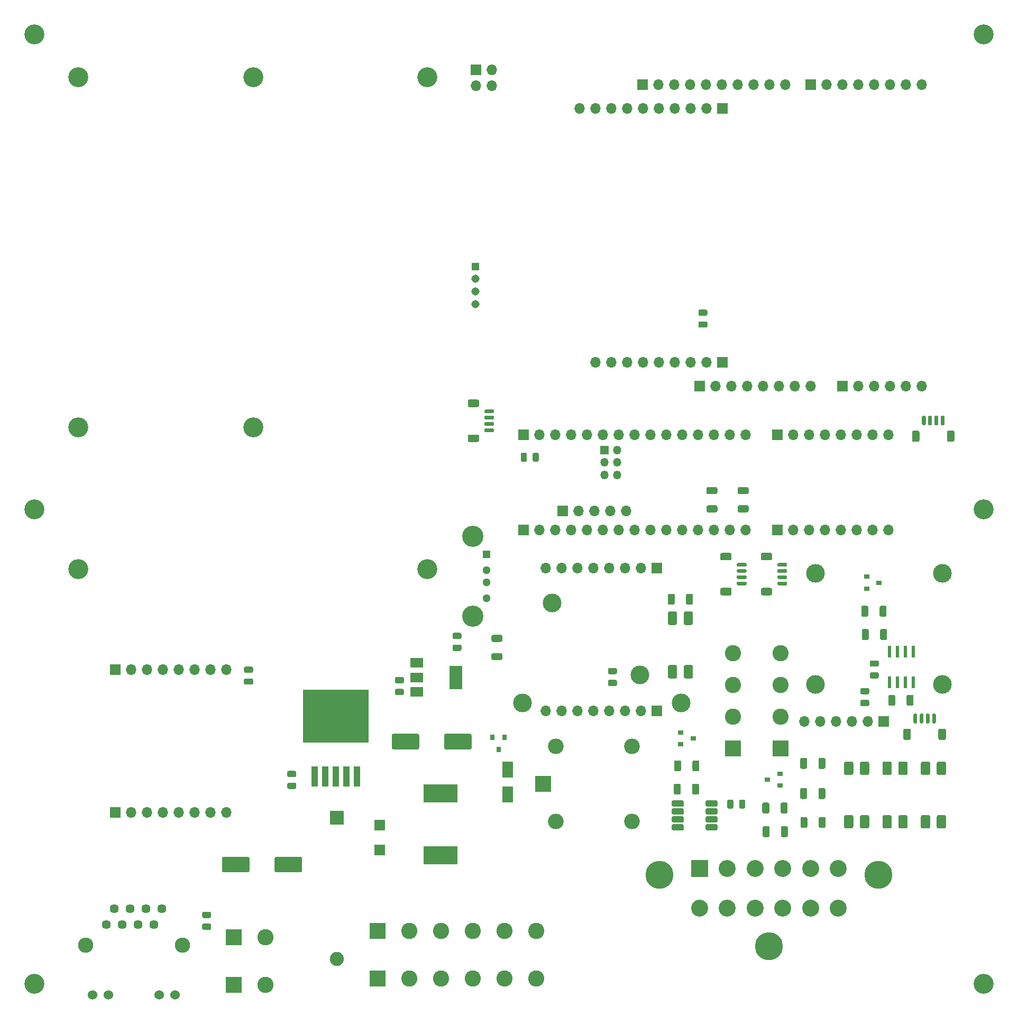
<source format=gbr>
%TF.GenerationSoftware,KiCad,Pcbnew,(5.1.9)-1*%
%TF.CreationDate,2022-03-17T08:19:33-06:00*%
%TF.ProjectId,AS13,41533133-2e6b-4696-9361-645f70636258,rev?*%
%TF.SameCoordinates,Original*%
%TF.FileFunction,Soldermask,Top*%
%TF.FilePolarity,Negative*%
%FSLAX46Y46*%
G04 Gerber Fmt 4.6, Leading zero omitted, Abs format (unit mm)*
G04 Created by KiCad (PCBNEW (5.1.9)-1) date 2022-03-17 08:19:33*
%MOMM*%
%LPD*%
G01*
G04 APERTURE LIST*
%ADD10O,1.700000X1.700000*%
%ADD11R,1.700000X1.700000*%
%ADD12C,2.445000*%
%ADD13C,1.530000*%
%ADD14C,1.446000*%
%ADD15R,0.900000X0.800000*%
%ADD16C,2.999999*%
%ADD17C,3.000000*%
%ADD18C,4.485000*%
%ADD19C,2.715000*%
%ADD20R,2.715000X2.715000*%
%ADD21O,2.500000X2.500000*%
%ADD22R,2.500000X2.500000*%
%ADD23C,2.600000*%
%ADD24R,2.600000X2.600000*%
%ADD25R,2.250000X2.250000*%
%ADD26C,2.250000*%
%ADD27C,3.200000*%
%ADD28C,3.400000*%
%ADD29C,1.300000*%
%ADD30R,1.300000X1.300000*%
%ADD31R,1.800000X1.800000*%
%ADD32R,0.530000X1.980000*%
%ADD33R,1.800000X2.500000*%
%ADD34R,2.000000X1.500000*%
%ADD35R,2.000000X3.800000*%
%ADD36R,10.530000X8.460000*%
%ADD37R,1.050000X3.210000*%
%ADD38R,5.400000X2.900000*%
%ADD39C,1.308000*%
%ADD40R,1.308000X1.308000*%
%ADD41R,0.800000X0.900000*%
%ADD42O,1.350000X1.350000*%
%ADD43R,1.350000X1.350000*%
G04 APERTURE END LIST*
D10*
%TO.C,J12*%
X96723200Y-31699200D03*
X96723200Y-29159200D03*
X94183200Y-31699200D03*
D11*
X94183200Y-29159200D03*
%TD*%
D12*
%TO.C,J4*%
X47190000Y-169300000D03*
X31700000Y-169300000D03*
D13*
X46070000Y-177250000D03*
X43530000Y-177250000D03*
X35360000Y-177250000D03*
X32820000Y-177250000D03*
D14*
X43890000Y-163460000D03*
X42620000Y-166000000D03*
X41350000Y-163460000D03*
X40080000Y-166000000D03*
X38810000Y-163460000D03*
X37540000Y-166000000D03*
X36270000Y-163460000D03*
X35000000Y-166000000D03*
%TD*%
%TO.C,R12*%
G36*
G01*
X98200002Y-120750000D02*
X96949998Y-120750000D01*
G75*
G02*
X96700000Y-120500002I0J249998D01*
G01*
X96700000Y-119874998D01*
G75*
G02*
X96949998Y-119625000I249998J0D01*
G01*
X98200002Y-119625000D01*
G75*
G02*
X98450000Y-119874998I0J-249998D01*
G01*
X98450000Y-120500002D01*
G75*
G02*
X98200002Y-120750000I-249998J0D01*
G01*
G37*
G36*
G01*
X98200002Y-123675000D02*
X96949998Y-123675000D01*
G75*
G02*
X96700000Y-123425002I0J249998D01*
G01*
X96700000Y-122799998D01*
G75*
G02*
X96949998Y-122550000I249998J0D01*
G01*
X98200002Y-122550000D01*
G75*
G02*
X98450000Y-122799998I0J-249998D01*
G01*
X98450000Y-123425002D01*
G75*
G02*
X98200002Y-123675000I-249998J0D01*
G01*
G37*
%TD*%
%TO.C,R14*%
G36*
G01*
X142987600Y-147970402D02*
X142987600Y-146720398D01*
G75*
G02*
X143237598Y-146470400I249998J0D01*
G01*
X143862602Y-146470400D01*
G75*
G02*
X144112600Y-146720398I0J-249998D01*
G01*
X144112600Y-147970402D01*
G75*
G02*
X143862602Y-148220400I-249998J0D01*
G01*
X143237598Y-148220400D01*
G75*
G02*
X142987600Y-147970402I0J249998D01*
G01*
G37*
G36*
G01*
X140062600Y-147970402D02*
X140062600Y-146720398D01*
G75*
G02*
X140312598Y-146470400I249998J0D01*
G01*
X140937602Y-146470400D01*
G75*
G02*
X141187600Y-146720398I0J-249998D01*
G01*
X141187600Y-147970402D01*
G75*
G02*
X140937602Y-148220400I-249998J0D01*
G01*
X140312598Y-148220400D01*
G75*
G02*
X140062600Y-147970402I0J249998D01*
G01*
G37*
%TD*%
%TO.C,R13*%
G36*
G01*
X143038400Y-151755002D02*
X143038400Y-150504998D01*
G75*
G02*
X143288398Y-150255000I249998J0D01*
G01*
X143913402Y-150255000D01*
G75*
G02*
X144163400Y-150504998I0J-249998D01*
G01*
X144163400Y-151755002D01*
G75*
G02*
X143913402Y-152005000I-249998J0D01*
G01*
X143288398Y-152005000D01*
G75*
G02*
X143038400Y-151755002I0J249998D01*
G01*
G37*
G36*
G01*
X140113400Y-151755002D02*
X140113400Y-150504998D01*
G75*
G02*
X140363398Y-150255000I249998J0D01*
G01*
X140988402Y-150255000D01*
G75*
G02*
X141238400Y-150504998I0J-249998D01*
G01*
X141238400Y-151755002D01*
G75*
G02*
X140988402Y-152005000I-249998J0D01*
G01*
X140363398Y-152005000D01*
G75*
G02*
X140113400Y-151755002I0J249998D01*
G01*
G37*
%TD*%
%TO.C,R9*%
G36*
G01*
X128865200Y-141214002D02*
X128865200Y-139963998D01*
G75*
G02*
X129115198Y-139714000I249998J0D01*
G01*
X129740202Y-139714000D01*
G75*
G02*
X129990200Y-139963998I0J-249998D01*
G01*
X129990200Y-141214002D01*
G75*
G02*
X129740202Y-141464000I-249998J0D01*
G01*
X129115198Y-141464000D01*
G75*
G02*
X128865200Y-141214002I0J249998D01*
G01*
G37*
G36*
G01*
X125940200Y-141214002D02*
X125940200Y-139963998D01*
G75*
G02*
X126190198Y-139714000I249998J0D01*
G01*
X126815202Y-139714000D01*
G75*
G02*
X127065200Y-139963998I0J-249998D01*
G01*
X127065200Y-141214002D01*
G75*
G02*
X126815202Y-141464000I-249998J0D01*
G01*
X126190198Y-141464000D01*
G75*
G02*
X125940200Y-141214002I0J249998D01*
G01*
G37*
%TD*%
%TO.C,R8*%
G36*
G01*
X128814400Y-144947802D02*
X128814400Y-143697798D01*
G75*
G02*
X129064398Y-143447800I249998J0D01*
G01*
X129689402Y-143447800D01*
G75*
G02*
X129939400Y-143697798I0J-249998D01*
G01*
X129939400Y-144947802D01*
G75*
G02*
X129689402Y-145197800I-249998J0D01*
G01*
X129064398Y-145197800D01*
G75*
G02*
X128814400Y-144947802I0J249998D01*
G01*
G37*
G36*
G01*
X125889400Y-144947802D02*
X125889400Y-143697798D01*
G75*
G02*
X126139398Y-143447800I249998J0D01*
G01*
X126764402Y-143447800D01*
G75*
G02*
X127014400Y-143697798I0J-249998D01*
G01*
X127014400Y-144947802D01*
G75*
G02*
X126764402Y-145197800I-249998J0D01*
G01*
X126139398Y-145197800D01*
G75*
G02*
X125889400Y-144947802I0J249998D01*
G01*
G37*
%TD*%
%TO.C,R7*%
G36*
G01*
X158837200Y-116474402D02*
X158837200Y-115224398D01*
G75*
G02*
X159087198Y-114974400I249998J0D01*
G01*
X159712202Y-114974400D01*
G75*
G02*
X159962200Y-115224398I0J-249998D01*
G01*
X159962200Y-116474402D01*
G75*
G02*
X159712202Y-116724400I-249998J0D01*
G01*
X159087198Y-116724400D01*
G75*
G02*
X158837200Y-116474402I0J249998D01*
G01*
G37*
G36*
G01*
X155912200Y-116474402D02*
X155912200Y-115224398D01*
G75*
G02*
X156162198Y-114974400I249998J0D01*
G01*
X156787202Y-114974400D01*
G75*
G02*
X157037200Y-115224398I0J-249998D01*
G01*
X157037200Y-116474402D01*
G75*
G02*
X156787202Y-116724400I-249998J0D01*
G01*
X156162198Y-116724400D01*
G75*
G02*
X155912200Y-116474402I0J249998D01*
G01*
G37*
%TD*%
%TO.C,R6*%
G36*
G01*
X158913400Y-120208202D02*
X158913400Y-118958198D01*
G75*
G02*
X159163398Y-118708200I249998J0D01*
G01*
X159788402Y-118708200D01*
G75*
G02*
X160038400Y-118958198I0J-249998D01*
G01*
X160038400Y-120208202D01*
G75*
G02*
X159788402Y-120458200I-249998J0D01*
G01*
X159163398Y-120458200D01*
G75*
G02*
X158913400Y-120208202I0J249998D01*
G01*
G37*
G36*
G01*
X155988400Y-120208202D02*
X155988400Y-118958198D01*
G75*
G02*
X156238398Y-118708200I249998J0D01*
G01*
X156863402Y-118708200D01*
G75*
G02*
X157113400Y-118958198I0J-249998D01*
G01*
X157113400Y-120208202D01*
G75*
G02*
X156863402Y-120458200I-249998J0D01*
G01*
X156238398Y-120458200D01*
G75*
G02*
X155988400Y-120208202I0J249998D01*
G01*
G37*
%TD*%
D15*
%TO.C,D6*%
X140884400Y-142798800D03*
X142884400Y-141848800D03*
X142884400Y-143748800D03*
%TD*%
%TO.C,D2*%
X158759400Y-111277400D03*
X156759400Y-112227400D03*
X156759400Y-110327400D03*
%TD*%
%TO.C,D1*%
X128990600Y-136220200D03*
X126990600Y-137170200D03*
X126990600Y-135270200D03*
%TD*%
D16*
%TO.C,REF\u002A\u002A*%
X168859200Y-109819200D03*
X168859200Y-127599200D03*
X148539200Y-127599200D03*
X148539200Y-109819200D03*
%TD*%
D17*
%TO.C,M1*%
X120425000Y-126050000D03*
X106425000Y-114550000D03*
%TD*%
%TO.C,REF\u002A\u002A*%
X101660000Y-130560000D03*
X127060000Y-130560000D03*
%TD*%
D18*
%TO.C,J6*%
X158655000Y-158020000D03*
X141115000Y-169450000D03*
X123575000Y-158020000D03*
D19*
X130000000Y-163350000D03*
X134445000Y-163350000D03*
X138890000Y-163350000D03*
X143340000Y-163350000D03*
X147785000Y-163350000D03*
X152230000Y-163350000D03*
X152230000Y-157000000D03*
X147785000Y-157000000D03*
X143340000Y-157000000D03*
X138890000Y-157000000D03*
X134445000Y-157000000D03*
D20*
X130000000Y-157000000D03*
%TD*%
D21*
%TO.C,K1*%
X107000800Y-137501200D03*
X119200800Y-137501200D03*
X119200800Y-149501200D03*
X107000800Y-149501200D03*
D22*
X105000800Y-143501200D03*
%TD*%
D23*
%TO.C,KF3*%
X135330000Y-122530000D03*
X142950000Y-122530000D03*
X135330000Y-127610000D03*
X142950000Y-127610000D03*
X135330000Y-132690000D03*
X142950000Y-132690000D03*
D24*
X135330000Y-137770000D03*
X142950000Y-137770000D03*
%TD*%
%TO.C,R3*%
G36*
G01*
X149041600Y-140823402D02*
X149041600Y-139573398D01*
G75*
G02*
X149291598Y-139323400I249998J0D01*
G01*
X149916602Y-139323400D01*
G75*
G02*
X150166600Y-139573398I0J-249998D01*
G01*
X150166600Y-140823402D01*
G75*
G02*
X149916602Y-141073400I-249998J0D01*
G01*
X149291598Y-141073400D01*
G75*
G02*
X149041600Y-140823402I0J249998D01*
G01*
G37*
G36*
G01*
X146116600Y-140823402D02*
X146116600Y-139573398D01*
G75*
G02*
X146366598Y-139323400I249998J0D01*
G01*
X146991602Y-139323400D01*
G75*
G02*
X147241600Y-139573398I0J-249998D01*
G01*
X147241600Y-140823402D01*
G75*
G02*
X146991602Y-141073400I-249998J0D01*
G01*
X146366598Y-141073400D01*
G75*
G02*
X146116600Y-140823402I0J249998D01*
G01*
G37*
%TD*%
%TO.C,R2*%
G36*
G01*
X149041600Y-145649402D02*
X149041600Y-144399398D01*
G75*
G02*
X149291598Y-144149400I249998J0D01*
G01*
X149916602Y-144149400D01*
G75*
G02*
X150166600Y-144399398I0J-249998D01*
G01*
X150166600Y-145649402D01*
G75*
G02*
X149916602Y-145899400I-249998J0D01*
G01*
X149291598Y-145899400D01*
G75*
G02*
X149041600Y-145649402I0J249998D01*
G01*
G37*
G36*
G01*
X146116600Y-145649402D02*
X146116600Y-144399398D01*
G75*
G02*
X146366598Y-144149400I249998J0D01*
G01*
X146991602Y-144149400D01*
G75*
G02*
X147241600Y-144399398I0J-249998D01*
G01*
X147241600Y-145649402D01*
G75*
G02*
X146991602Y-145899400I-249998J0D01*
G01*
X146366598Y-145899400D01*
G75*
G02*
X146116600Y-145649402I0J249998D01*
G01*
G37*
%TD*%
%TO.C,R1*%
G36*
G01*
X149092400Y-150272202D02*
X149092400Y-149022198D01*
G75*
G02*
X149342398Y-148772200I249998J0D01*
G01*
X149967402Y-148772200D01*
G75*
G02*
X150217400Y-149022198I0J-249998D01*
G01*
X150217400Y-150272202D01*
G75*
G02*
X149967402Y-150522200I-249998J0D01*
G01*
X149342398Y-150522200D01*
G75*
G02*
X149092400Y-150272202I0J249998D01*
G01*
G37*
G36*
G01*
X146167400Y-150272202D02*
X146167400Y-149022198D01*
G75*
G02*
X146417398Y-148772200I249998J0D01*
G01*
X147042402Y-148772200D01*
G75*
G02*
X147292400Y-149022198I0J-249998D01*
G01*
X147292400Y-150272202D01*
G75*
G02*
X147042402Y-150522200I-249998J0D01*
G01*
X146417398Y-150522200D01*
G75*
G02*
X146167400Y-150272202I0J249998D01*
G01*
G37*
%TD*%
D25*
%TO.C,D4*%
X71925000Y-148875000D03*
D26*
X71925000Y-171475000D03*
%TD*%
%TO.C,R11*%
G36*
G01*
X131374997Y-98900000D02*
X132625003Y-98900000D01*
G75*
G02*
X132875000Y-99149997I0J-249997D01*
G01*
X132875000Y-99775003D01*
G75*
G02*
X132625003Y-100025000I-249997J0D01*
G01*
X131374997Y-100025000D01*
G75*
G02*
X131125000Y-99775003I0J249997D01*
G01*
X131125000Y-99149997D01*
G75*
G02*
X131374997Y-98900000I249997J0D01*
G01*
G37*
G36*
G01*
X131374997Y-95975000D02*
X132625003Y-95975000D01*
G75*
G02*
X132875000Y-96224997I0J-249997D01*
G01*
X132875000Y-96850003D01*
G75*
G02*
X132625003Y-97100000I-249997J0D01*
G01*
X131374997Y-97100000D01*
G75*
G02*
X131125000Y-96850003I0J249997D01*
G01*
X131125000Y-96224997D01*
G75*
G02*
X131374997Y-95975000I249997J0D01*
G01*
G37*
%TD*%
%TO.C,R10*%
G36*
G01*
X136374997Y-98900000D02*
X137625003Y-98900000D01*
G75*
G02*
X137875000Y-99149997I0J-249997D01*
G01*
X137875000Y-99775003D01*
G75*
G02*
X137625003Y-100025000I-249997J0D01*
G01*
X136374997Y-100025000D01*
G75*
G02*
X136125000Y-99775003I0J249997D01*
G01*
X136125000Y-99149997D01*
G75*
G02*
X136374997Y-98900000I249997J0D01*
G01*
G37*
G36*
G01*
X136374997Y-95975000D02*
X137625003Y-95975000D01*
G75*
G02*
X137875000Y-96224997I0J-249997D01*
G01*
X137875000Y-96850003D01*
G75*
G02*
X137625003Y-97100000I-249997J0D01*
G01*
X136374997Y-97100000D01*
G75*
G02*
X136125000Y-96850003I0J249997D01*
G01*
X136125000Y-96224997D01*
G75*
G02*
X136374997Y-95975000I249997J0D01*
G01*
G37*
%TD*%
%TO.C,C2*%
G36*
G01*
X50625000Y-165850000D02*
X51575000Y-165850000D01*
G75*
G02*
X51825000Y-166100000I0J-250000D01*
G01*
X51825000Y-166600000D01*
G75*
G02*
X51575000Y-166850000I-250000J0D01*
G01*
X50625000Y-166850000D01*
G75*
G02*
X50375000Y-166600000I0J250000D01*
G01*
X50375000Y-166100000D01*
G75*
G02*
X50625000Y-165850000I250000J0D01*
G01*
G37*
G36*
G01*
X50625000Y-163950000D02*
X51575000Y-163950000D01*
G75*
G02*
X51825000Y-164200000I0J-250000D01*
G01*
X51825000Y-164700000D01*
G75*
G02*
X51575000Y-164950000I-250000J0D01*
G01*
X50625000Y-164950000D01*
G75*
G02*
X50375000Y-164700000I0J250000D01*
G01*
X50375000Y-164200000D01*
G75*
G02*
X50625000Y-163950000I250000J0D01*
G01*
G37*
%TD*%
%TO.C,J2*%
G36*
G01*
X163852500Y-134892899D02*
X163852500Y-136192901D01*
G75*
G02*
X163602501Y-136442900I-249999J0D01*
G01*
X162902499Y-136442900D01*
G75*
G02*
X162652500Y-136192901I0J249999D01*
G01*
X162652500Y-134892899D01*
G75*
G02*
X162902499Y-134642900I249999J0D01*
G01*
X163602501Y-134642900D01*
G75*
G02*
X163852500Y-134892899I0J-249999D01*
G01*
G37*
G36*
G01*
X169452500Y-134892899D02*
X169452500Y-136192901D01*
G75*
G02*
X169202501Y-136442900I-249999J0D01*
G01*
X168502499Y-136442900D01*
G75*
G02*
X168252500Y-136192901I0J249999D01*
G01*
X168252500Y-134892899D01*
G75*
G02*
X168502499Y-134642900I249999J0D01*
G01*
X169202501Y-134642900D01*
G75*
G02*
X169452500Y-134892899I0J-249999D01*
G01*
G37*
G36*
G01*
X164852500Y-132392900D02*
X164852500Y-133642900D01*
G75*
G02*
X164702500Y-133792900I-150000J0D01*
G01*
X164402500Y-133792900D01*
G75*
G02*
X164252500Y-133642900I0J150000D01*
G01*
X164252500Y-132392900D01*
G75*
G02*
X164402500Y-132242900I150000J0D01*
G01*
X164702500Y-132242900D01*
G75*
G02*
X164852500Y-132392900I0J-150000D01*
G01*
G37*
G36*
G01*
X165852500Y-132392900D02*
X165852500Y-133642900D01*
G75*
G02*
X165702500Y-133792900I-150000J0D01*
G01*
X165402500Y-133792900D01*
G75*
G02*
X165252500Y-133642900I0J150000D01*
G01*
X165252500Y-132392900D01*
G75*
G02*
X165402500Y-132242900I150000J0D01*
G01*
X165702500Y-132242900D01*
G75*
G02*
X165852500Y-132392900I0J-150000D01*
G01*
G37*
G36*
G01*
X166852500Y-132392900D02*
X166852500Y-133642900D01*
G75*
G02*
X166702500Y-133792900I-150000J0D01*
G01*
X166402500Y-133792900D01*
G75*
G02*
X166252500Y-133642900I0J150000D01*
G01*
X166252500Y-132392900D01*
G75*
G02*
X166402500Y-132242900I150000J0D01*
G01*
X166702500Y-132242900D01*
G75*
G02*
X166852500Y-132392900I0J-150000D01*
G01*
G37*
G36*
G01*
X167852500Y-132392900D02*
X167852500Y-133642900D01*
G75*
G02*
X167702500Y-133792900I-150000J0D01*
G01*
X167402500Y-133792900D01*
G75*
G02*
X167252500Y-133642900I0J150000D01*
G01*
X167252500Y-132392900D01*
G75*
G02*
X167402500Y-132242900I150000J0D01*
G01*
X167702500Y-132242900D01*
G75*
G02*
X167852500Y-132392900I0J-150000D01*
G01*
G37*
%TD*%
D27*
%TO.C,  *%
X175500000Y-99500000D03*
%TD*%
%TO.C,  *%
X23500000Y-99500000D03*
%TD*%
%TO.C,  *%
X23500000Y-23500000D03*
%TD*%
%TO.C,  *%
X175500000Y-23500000D03*
%TD*%
%TO.C,  *%
X175500000Y-175500000D03*
%TD*%
%TO.C,  *%
X23500000Y-175500000D03*
%TD*%
%TO.C,REF\u002A\u002A*%
X58560000Y-30380000D03*
X58560000Y-86380000D03*
X30560000Y-86380000D03*
X30560000Y-30380000D03*
X86440000Y-30380000D03*
X86440000Y-109120000D03*
X30560000Y-109120000D03*
%TD*%
D10*
%TO.C,J5*%
X146761200Y-133517400D03*
X149301200Y-133517400D03*
X151841200Y-133517400D03*
X154381200Y-133517400D03*
X156921200Y-133517400D03*
D11*
X159461200Y-133517400D03*
%TD*%
%TO.C,C5*%
G36*
G01*
X156939000Y-129130400D02*
X155989000Y-129130400D01*
G75*
G02*
X155739000Y-128880400I0J250000D01*
G01*
X155739000Y-128380400D01*
G75*
G02*
X155989000Y-128130400I250000J0D01*
G01*
X156939000Y-128130400D01*
G75*
G02*
X157189000Y-128380400I0J-250000D01*
G01*
X157189000Y-128880400D01*
G75*
G02*
X156939000Y-129130400I-250000J0D01*
G01*
G37*
G36*
G01*
X156939000Y-131030400D02*
X155989000Y-131030400D01*
G75*
G02*
X155739000Y-130780400I0J250000D01*
G01*
X155739000Y-130280400D01*
G75*
G02*
X155989000Y-130030400I250000J0D01*
G01*
X156939000Y-130030400D01*
G75*
G02*
X157189000Y-130280400I0J-250000D01*
G01*
X157189000Y-130780400D01*
G75*
G02*
X156939000Y-131030400I-250000J0D01*
G01*
G37*
%TD*%
D28*
%TO.C,J1*%
X93735800Y-116670800D03*
X93735800Y-103820800D03*
D29*
X95935800Y-113745800D03*
X95935800Y-111245800D03*
X95935800Y-109245800D03*
D30*
X95935800Y-106745800D03*
%TD*%
D23*
%TO.C,KF1*%
X60482200Y-168034600D03*
X60482200Y-175654600D03*
D24*
X55402200Y-168034600D03*
X55402200Y-175654600D03*
%TD*%
D10*
%TO.C,J18*%
X160248600Y-87594200D03*
X157708600Y-87594200D03*
X155168600Y-87594200D03*
X152628600Y-87594200D03*
X150088600Y-87594200D03*
X147548600Y-87594200D03*
X145008600Y-87594200D03*
D11*
X142468600Y-87594200D03*
%TD*%
D10*
%TO.C,J3*%
X118287800Y-99783400D03*
X115747800Y-99783400D03*
X113207800Y-99783400D03*
X110667800Y-99783400D03*
D11*
X108127800Y-99783400D03*
%TD*%
D31*
%TO.C,D3*%
X78779000Y-150055200D03*
X78779000Y-154055200D03*
%TD*%
D32*
%TO.C,U1*%
X164235160Y-127227420D03*
X162965160Y-127227420D03*
X161695160Y-127227420D03*
X160425160Y-127227420D03*
X160425160Y-122297420D03*
X161695160Y-122297420D03*
X162965160Y-122297420D03*
X164235160Y-122297420D03*
%TD*%
%TO.C,C6*%
G36*
G01*
X82440800Y-127377800D02*
X81490800Y-127377800D01*
G75*
G02*
X81240800Y-127127800I0J250000D01*
G01*
X81240800Y-126627800D01*
G75*
G02*
X81490800Y-126377800I250000J0D01*
G01*
X82440800Y-126377800D01*
G75*
G02*
X82690800Y-126627800I0J-250000D01*
G01*
X82690800Y-127127800D01*
G75*
G02*
X82440800Y-127377800I-250000J0D01*
G01*
G37*
G36*
G01*
X82440800Y-129277800D02*
X81490800Y-129277800D01*
G75*
G02*
X81240800Y-129027800I0J250000D01*
G01*
X81240800Y-128527800D01*
G75*
G02*
X81490800Y-128277800I250000J0D01*
G01*
X82440800Y-128277800D01*
G75*
G02*
X82690800Y-128527800I0J-250000D01*
G01*
X82690800Y-129027800D01*
G75*
G02*
X82440800Y-129277800I-250000J0D01*
G01*
G37*
%TD*%
D33*
%TO.C,D5*%
X99260660Y-141184640D03*
X99260660Y-145184640D03*
%TD*%
D34*
%TO.C,IC1*%
X84708600Y-124130800D03*
X84708600Y-128730800D03*
X84708600Y-126430800D03*
D35*
X91008600Y-126430800D03*
%TD*%
D36*
%TO.C,IC2*%
X71800000Y-132625000D03*
D37*
X75200000Y-142255000D03*
X73500000Y-142255000D03*
X71800000Y-142255000D03*
X70100000Y-142255000D03*
X68400000Y-142255000D03*
%TD*%
%TO.C,C8*%
G36*
G01*
X65200000Y-142400000D02*
X64250000Y-142400000D01*
G75*
G02*
X64000000Y-142150000I0J250000D01*
G01*
X64000000Y-141650000D01*
G75*
G02*
X64250000Y-141400000I250000J0D01*
G01*
X65200000Y-141400000D01*
G75*
G02*
X65450000Y-141650000I0J-250000D01*
G01*
X65450000Y-142150000D01*
G75*
G02*
X65200000Y-142400000I-250000J0D01*
G01*
G37*
G36*
G01*
X65200000Y-144300000D02*
X64250000Y-144300000D01*
G75*
G02*
X64000000Y-144050000I0J250000D01*
G01*
X64000000Y-143550000D01*
G75*
G02*
X64250000Y-143300000I250000J0D01*
G01*
X65200000Y-143300000D01*
G75*
G02*
X65450000Y-143550000I0J-250000D01*
G01*
X65450000Y-144050000D01*
G75*
G02*
X65200000Y-144300000I-250000J0D01*
G01*
G37*
%TD*%
D38*
%TO.C,L1*%
X88544400Y-145026600D03*
X88544400Y-154926600D03*
%TD*%
%TO.C,C11*%
G36*
G01*
X85122000Y-135717800D02*
X85122000Y-137717800D01*
G75*
G02*
X84872000Y-137967800I-250000J0D01*
G01*
X80972000Y-137967800D01*
G75*
G02*
X80722000Y-137717800I0J250000D01*
G01*
X80722000Y-135717800D01*
G75*
G02*
X80972000Y-135467800I250000J0D01*
G01*
X84872000Y-135467800D01*
G75*
G02*
X85122000Y-135717800I0J-250000D01*
G01*
G37*
G36*
G01*
X93522000Y-135717800D02*
X93522000Y-137717800D01*
G75*
G02*
X93272000Y-137967800I-250000J0D01*
G01*
X89372000Y-137967800D01*
G75*
G02*
X89122000Y-137717800I0J250000D01*
G01*
X89122000Y-135717800D01*
G75*
G02*
X89372000Y-135467800I250000J0D01*
G01*
X93272000Y-135467800D01*
G75*
G02*
X93522000Y-135717800I0J-250000D01*
G01*
G37*
%TD*%
%TO.C,C9*%
G36*
G01*
X57969400Y-155402800D02*
X57969400Y-157402800D01*
G75*
G02*
X57719400Y-157652800I-250000J0D01*
G01*
X53819400Y-157652800D01*
G75*
G02*
X53569400Y-157402800I0J250000D01*
G01*
X53569400Y-155402800D01*
G75*
G02*
X53819400Y-155152800I250000J0D01*
G01*
X57719400Y-155152800D01*
G75*
G02*
X57969400Y-155402800I0J-250000D01*
G01*
G37*
G36*
G01*
X66369400Y-155402800D02*
X66369400Y-157402800D01*
G75*
G02*
X66119400Y-157652800I-250000J0D01*
G01*
X62219400Y-157652800D01*
G75*
G02*
X61969400Y-157402800I0J250000D01*
G01*
X61969400Y-155402800D01*
G75*
G02*
X62219400Y-155152800I250000J0D01*
G01*
X66119400Y-155152800D01*
G75*
G02*
X66369400Y-155402800I0J-250000D01*
G01*
G37*
%TD*%
%TO.C,R4*%
G36*
G01*
X127850000Y-114550003D02*
X127850000Y-113299997D01*
G75*
G02*
X128099997Y-113050000I249997J0D01*
G01*
X128725003Y-113050000D01*
G75*
G02*
X128975000Y-113299997I0J-249997D01*
G01*
X128975000Y-114550003D01*
G75*
G02*
X128725003Y-114800000I-249997J0D01*
G01*
X128099997Y-114800000D01*
G75*
G02*
X127850000Y-114550003I0J249997D01*
G01*
G37*
G36*
G01*
X124925000Y-114550003D02*
X124925000Y-113299997D01*
G75*
G02*
X125174997Y-113050000I249997J0D01*
G01*
X125800003Y-113050000D01*
G75*
G02*
X126050000Y-113299997I0J-249997D01*
G01*
X126050000Y-114550003D01*
G75*
G02*
X125800003Y-114800000I-249997J0D01*
G01*
X125174997Y-114800000D01*
G75*
G02*
X124925000Y-114550003I0J249997D01*
G01*
G37*
%TD*%
%TO.C,R5*%
G36*
G01*
X161355200Y-129473557D02*
X161355200Y-130723563D01*
G75*
G02*
X161105203Y-130973560I-249997J0D01*
G01*
X160480197Y-130973560D01*
G75*
G02*
X160230200Y-130723563I0J249997D01*
G01*
X160230200Y-129473557D01*
G75*
G02*
X160480197Y-129223560I249997J0D01*
G01*
X161105203Y-129223560D01*
G75*
G02*
X161355200Y-129473557I0J-249997D01*
G01*
G37*
G36*
G01*
X164280200Y-129473557D02*
X164280200Y-130723563D01*
G75*
G02*
X164030203Y-130973560I-249997J0D01*
G01*
X163405197Y-130973560D01*
G75*
G02*
X163155200Y-130723563I0J249997D01*
G01*
X163155200Y-129473557D01*
G75*
G02*
X163405197Y-129223560I249997J0D01*
G01*
X164030203Y-129223560D01*
G75*
G02*
X164280200Y-129473557I0J-249997D01*
G01*
G37*
%TD*%
%TO.C,U5*%
G36*
G01*
X127746400Y-124455000D02*
X128693600Y-124455000D01*
G75*
G02*
X128960000Y-124721400I0J-266400D01*
G01*
X128960000Y-126338600D01*
G75*
G02*
X128693600Y-126605000I-266400J0D01*
G01*
X127746400Y-126605000D01*
G75*
G02*
X127480000Y-126338600I0J266400D01*
G01*
X127480000Y-124721400D01*
G75*
G02*
X127746400Y-124455000I266400J0D01*
G01*
G37*
G36*
G01*
X125206400Y-124455000D02*
X126153600Y-124455000D01*
G75*
G02*
X126420000Y-124721400I0J-266400D01*
G01*
X126420000Y-126338600D01*
G75*
G02*
X126153600Y-126605000I-266400J0D01*
G01*
X125206400Y-126605000D01*
G75*
G02*
X124940000Y-126338600I0J266400D01*
G01*
X124940000Y-124721400D01*
G75*
G02*
X125206400Y-124455000I266400J0D01*
G01*
G37*
G36*
G01*
X125206400Y-115895000D02*
X126153600Y-115895000D01*
G75*
G02*
X126420000Y-116161400I0J-266400D01*
G01*
X126420000Y-117778600D01*
G75*
G02*
X126153600Y-118045000I-266400J0D01*
G01*
X125206400Y-118045000D01*
G75*
G02*
X124940000Y-117778600I0J266400D01*
G01*
X124940000Y-116161400D01*
G75*
G02*
X125206400Y-115895000I266400J0D01*
G01*
G37*
G36*
G01*
X127746400Y-115895000D02*
X128693600Y-115895000D01*
G75*
G02*
X128960000Y-116161400I0J-266400D01*
G01*
X128960000Y-117778600D01*
G75*
G02*
X128693600Y-118045000I-266400J0D01*
G01*
X127746400Y-118045000D01*
G75*
G02*
X127480000Y-117778600I0J266400D01*
G01*
X127480000Y-116161400D01*
G75*
G02*
X127746400Y-115895000I266400J0D01*
G01*
G37*
%TD*%
%TO.C,C4*%
G36*
G01*
X136350000Y-147200000D02*
X136350000Y-146250000D01*
G75*
G02*
X136600000Y-146000000I250000J0D01*
G01*
X137100000Y-146000000D01*
G75*
G02*
X137350000Y-146250000I0J-250000D01*
G01*
X137350000Y-147200000D01*
G75*
G02*
X137100000Y-147450000I-250000J0D01*
G01*
X136600000Y-147450000D01*
G75*
G02*
X136350000Y-147200000I0J250000D01*
G01*
G37*
G36*
G01*
X134450000Y-147200000D02*
X134450000Y-146250000D01*
G75*
G02*
X134700000Y-146000000I250000J0D01*
G01*
X135200000Y-146000000D01*
G75*
G02*
X135450000Y-146250000I0J-250000D01*
G01*
X135450000Y-147200000D01*
G75*
G02*
X135200000Y-147450000I-250000J0D01*
G01*
X134700000Y-147450000D01*
G75*
G02*
X134450000Y-147200000I0J250000D01*
G01*
G37*
%TD*%
D10*
%TO.C,J9*%
X54295000Y-125179400D03*
X51755000Y-125179400D03*
X49215000Y-125179400D03*
X46675000Y-125179400D03*
X44135000Y-125179400D03*
X41595000Y-125179400D03*
X39055000Y-125179400D03*
D11*
X36515000Y-125179400D03*
%TD*%
D10*
%TO.C,J7*%
X54295000Y-148039400D03*
X51755000Y-148039400D03*
X49215000Y-148039400D03*
X46675000Y-148039400D03*
X44135000Y-148039400D03*
X41595000Y-148039400D03*
X39055000Y-148039400D03*
D11*
X36515000Y-148039400D03*
%TD*%
%TO.C,C3*%
G36*
G01*
X57335400Y-126601400D02*
X58285400Y-126601400D01*
G75*
G02*
X58535400Y-126851400I0J-250000D01*
G01*
X58535400Y-127351400D01*
G75*
G02*
X58285400Y-127601400I-250000J0D01*
G01*
X57335400Y-127601400D01*
G75*
G02*
X57085400Y-127351400I0J250000D01*
G01*
X57085400Y-126851400D01*
G75*
G02*
X57335400Y-126601400I250000J0D01*
G01*
G37*
G36*
G01*
X57335400Y-124701400D02*
X58285400Y-124701400D01*
G75*
G02*
X58535400Y-124951400I0J-250000D01*
G01*
X58535400Y-125451400D01*
G75*
G02*
X58285400Y-125701400I-250000J0D01*
G01*
X57335400Y-125701400D01*
G75*
G02*
X57085400Y-125451400I0J250000D01*
G01*
X57085400Y-124951400D01*
G75*
G02*
X57335400Y-124701400I250000J0D01*
G01*
G37*
%TD*%
%TO.C,U6*%
G36*
G01*
X130975000Y-150730000D02*
X130975000Y-150130000D01*
G75*
G02*
X131175000Y-149930000I200000J0D01*
G01*
X132725000Y-149930000D01*
G75*
G02*
X132925000Y-150130000I0J-200000D01*
G01*
X132925000Y-150730000D01*
G75*
G02*
X132725000Y-150930000I-200000J0D01*
G01*
X131175000Y-150930000D01*
G75*
G02*
X130975000Y-150730000I0J200000D01*
G01*
G37*
G36*
G01*
X130975000Y-149460000D02*
X130975000Y-148860000D01*
G75*
G02*
X131175000Y-148660000I200000J0D01*
G01*
X132725000Y-148660000D01*
G75*
G02*
X132925000Y-148860000I0J-200000D01*
G01*
X132925000Y-149460000D01*
G75*
G02*
X132725000Y-149660000I-200000J0D01*
G01*
X131175000Y-149660000D01*
G75*
G02*
X130975000Y-149460000I0J200000D01*
G01*
G37*
G36*
G01*
X130975000Y-146920000D02*
X130975000Y-146320000D01*
G75*
G02*
X131175000Y-146120000I200000J0D01*
G01*
X132725000Y-146120000D01*
G75*
G02*
X132925000Y-146320000I0J-200000D01*
G01*
X132925000Y-146920000D01*
G75*
G02*
X132725000Y-147120000I-200000J0D01*
G01*
X131175000Y-147120000D01*
G75*
G02*
X130975000Y-146920000I0J200000D01*
G01*
G37*
G36*
G01*
X127525000Y-150130000D02*
X127525000Y-150730000D01*
G75*
G02*
X127325000Y-150930000I-200000J0D01*
G01*
X125775000Y-150930000D01*
G75*
G02*
X125575000Y-150730000I0J200000D01*
G01*
X125575000Y-150130000D01*
G75*
G02*
X125775000Y-149930000I200000J0D01*
G01*
X127325000Y-149930000D01*
G75*
G02*
X127525000Y-150130000I0J-200000D01*
G01*
G37*
G36*
G01*
X125575000Y-149460000D02*
X125575000Y-148860000D01*
G75*
G02*
X125775000Y-148660000I200000J0D01*
G01*
X127325000Y-148660000D01*
G75*
G02*
X127525000Y-148860000I0J-200000D01*
G01*
X127525000Y-149460000D01*
G75*
G02*
X127325000Y-149660000I-200000J0D01*
G01*
X125775000Y-149660000D01*
G75*
G02*
X125575000Y-149460000I0J200000D01*
G01*
G37*
G36*
G01*
X125575000Y-146920000D02*
X125575000Y-146320000D01*
G75*
G02*
X125775000Y-146120000I200000J0D01*
G01*
X127325000Y-146120000D01*
G75*
G02*
X127525000Y-146320000I0J-200000D01*
G01*
X127525000Y-146920000D01*
G75*
G02*
X127325000Y-147120000I-200000J0D01*
G01*
X125775000Y-147120000D01*
G75*
G02*
X125575000Y-146920000I0J200000D01*
G01*
G37*
G36*
G01*
X130975000Y-148190000D02*
X130975000Y-147590000D01*
G75*
G02*
X131175000Y-147390000I200000J0D01*
G01*
X132725000Y-147390000D01*
G75*
G02*
X132925000Y-147590000I0J-200000D01*
G01*
X132925000Y-148190000D01*
G75*
G02*
X132725000Y-148390000I-200000J0D01*
G01*
X131175000Y-148390000D01*
G75*
G02*
X130975000Y-148190000I0J200000D01*
G01*
G37*
G36*
G01*
X125575000Y-148190000D02*
X125575000Y-147590000D01*
G75*
G02*
X125775000Y-147390000I200000J0D01*
G01*
X127325000Y-147390000D01*
G75*
G02*
X127525000Y-147590000I0J-200000D01*
G01*
X127525000Y-148190000D01*
G75*
G02*
X127325000Y-148390000I-200000J0D01*
G01*
X125775000Y-148390000D01*
G75*
G02*
X125575000Y-148190000I0J200000D01*
G01*
G37*
%TD*%
%TO.C,U3*%
G36*
G01*
X160515600Y-142063000D02*
X159568400Y-142063000D01*
G75*
G02*
X159302000Y-141796600I0J266400D01*
G01*
X159302000Y-140179400D01*
G75*
G02*
X159568400Y-139913000I266400J0D01*
G01*
X160515600Y-139913000D01*
G75*
G02*
X160782000Y-140179400I0J-266400D01*
G01*
X160782000Y-141796600D01*
G75*
G02*
X160515600Y-142063000I-266400J0D01*
G01*
G37*
G36*
G01*
X163055600Y-142063000D02*
X162108400Y-142063000D01*
G75*
G02*
X161842000Y-141796600I0J266400D01*
G01*
X161842000Y-140179400D01*
G75*
G02*
X162108400Y-139913000I266400J0D01*
G01*
X163055600Y-139913000D01*
G75*
G02*
X163322000Y-140179400I0J-266400D01*
G01*
X163322000Y-141796600D01*
G75*
G02*
X163055600Y-142063000I-266400J0D01*
G01*
G37*
G36*
G01*
X163055600Y-150623000D02*
X162108400Y-150623000D01*
G75*
G02*
X161842000Y-150356600I0J266400D01*
G01*
X161842000Y-148739400D01*
G75*
G02*
X162108400Y-148473000I266400J0D01*
G01*
X163055600Y-148473000D01*
G75*
G02*
X163322000Y-148739400I0J-266400D01*
G01*
X163322000Y-150356600D01*
G75*
G02*
X163055600Y-150623000I-266400J0D01*
G01*
G37*
G36*
G01*
X160515600Y-150623000D02*
X159568400Y-150623000D01*
G75*
G02*
X159302000Y-150356600I0J266400D01*
G01*
X159302000Y-148739400D01*
G75*
G02*
X159568400Y-148473000I266400J0D01*
G01*
X160515600Y-148473000D01*
G75*
G02*
X160782000Y-148739400I0J-266400D01*
G01*
X160782000Y-150356600D01*
G75*
G02*
X160515600Y-150623000I-266400J0D01*
G01*
G37*
%TD*%
%TO.C,U2*%
G36*
G01*
X154365600Y-142063000D02*
X153418400Y-142063000D01*
G75*
G02*
X153152000Y-141796600I0J266400D01*
G01*
X153152000Y-140179400D01*
G75*
G02*
X153418400Y-139913000I266400J0D01*
G01*
X154365600Y-139913000D01*
G75*
G02*
X154632000Y-140179400I0J-266400D01*
G01*
X154632000Y-141796600D01*
G75*
G02*
X154365600Y-142063000I-266400J0D01*
G01*
G37*
G36*
G01*
X156905600Y-142063000D02*
X155958400Y-142063000D01*
G75*
G02*
X155692000Y-141796600I0J266400D01*
G01*
X155692000Y-140179400D01*
G75*
G02*
X155958400Y-139913000I266400J0D01*
G01*
X156905600Y-139913000D01*
G75*
G02*
X157172000Y-140179400I0J-266400D01*
G01*
X157172000Y-141796600D01*
G75*
G02*
X156905600Y-142063000I-266400J0D01*
G01*
G37*
G36*
G01*
X156905600Y-150623000D02*
X155958400Y-150623000D01*
G75*
G02*
X155692000Y-150356600I0J266400D01*
G01*
X155692000Y-148739400D01*
G75*
G02*
X155958400Y-148473000I266400J0D01*
G01*
X156905600Y-148473000D01*
G75*
G02*
X157172000Y-148739400I0J-266400D01*
G01*
X157172000Y-150356600D01*
G75*
G02*
X156905600Y-150623000I-266400J0D01*
G01*
G37*
G36*
G01*
X154365600Y-150623000D02*
X153418400Y-150623000D01*
G75*
G02*
X153152000Y-150356600I0J266400D01*
G01*
X153152000Y-148739400D01*
G75*
G02*
X153418400Y-148473000I266400J0D01*
G01*
X154365600Y-148473000D01*
G75*
G02*
X154632000Y-148739400I0J-266400D01*
G01*
X154632000Y-150356600D01*
G75*
G02*
X154365600Y-150623000I-266400J0D01*
G01*
G37*
%TD*%
D23*
%TO.C,KF2*%
X103872600Y-167009600D03*
X103872600Y-174629600D03*
X98792600Y-167009600D03*
X98792600Y-174629600D03*
X93712600Y-167009600D03*
X93712600Y-174629600D03*
X88632600Y-167009600D03*
X88632600Y-174629600D03*
X83552600Y-167009600D03*
X83552600Y-174629600D03*
D24*
X78472600Y-167009600D03*
X78472600Y-174629600D03*
%TD*%
%TO.C,J19*%
G36*
G01*
X165230800Y-87189399D02*
X165230800Y-88489401D01*
G75*
G02*
X164980801Y-88739400I-249999J0D01*
G01*
X164280799Y-88739400D01*
G75*
G02*
X164030800Y-88489401I0J249999D01*
G01*
X164030800Y-87189399D01*
G75*
G02*
X164280799Y-86939400I249999J0D01*
G01*
X164980801Y-86939400D01*
G75*
G02*
X165230800Y-87189399I0J-249999D01*
G01*
G37*
G36*
G01*
X170830800Y-87189399D02*
X170830800Y-88489401D01*
G75*
G02*
X170580801Y-88739400I-249999J0D01*
G01*
X169880799Y-88739400D01*
G75*
G02*
X169630800Y-88489401I0J249999D01*
G01*
X169630800Y-87189399D01*
G75*
G02*
X169880799Y-86939400I249999J0D01*
G01*
X170580801Y-86939400D01*
G75*
G02*
X170830800Y-87189399I0J-249999D01*
G01*
G37*
G36*
G01*
X166230800Y-84689400D02*
X166230800Y-85939400D01*
G75*
G02*
X166080800Y-86089400I-150000J0D01*
G01*
X165780800Y-86089400D01*
G75*
G02*
X165630800Y-85939400I0J150000D01*
G01*
X165630800Y-84689400D01*
G75*
G02*
X165780800Y-84539400I150000J0D01*
G01*
X166080800Y-84539400D01*
G75*
G02*
X166230800Y-84689400I0J-150000D01*
G01*
G37*
G36*
G01*
X167230800Y-84689400D02*
X167230800Y-85939400D01*
G75*
G02*
X167080800Y-86089400I-150000J0D01*
G01*
X166780800Y-86089400D01*
G75*
G02*
X166630800Y-85939400I0J150000D01*
G01*
X166630800Y-84689400D01*
G75*
G02*
X166780800Y-84539400I150000J0D01*
G01*
X167080800Y-84539400D01*
G75*
G02*
X167230800Y-84689400I0J-150000D01*
G01*
G37*
G36*
G01*
X168230800Y-84689400D02*
X168230800Y-85939400D01*
G75*
G02*
X168080800Y-86089400I-150000J0D01*
G01*
X167780800Y-86089400D01*
G75*
G02*
X167630800Y-85939400I0J150000D01*
G01*
X167630800Y-84689400D01*
G75*
G02*
X167780800Y-84539400I150000J0D01*
G01*
X168080800Y-84539400D01*
G75*
G02*
X168230800Y-84689400I0J-150000D01*
G01*
G37*
G36*
G01*
X169230800Y-84689400D02*
X169230800Y-85939400D01*
G75*
G02*
X169080800Y-86089400I-150000J0D01*
G01*
X168780800Y-86089400D01*
G75*
G02*
X168630800Y-85939400I0J150000D01*
G01*
X168630800Y-84689400D01*
G75*
G02*
X168780800Y-84539400I150000J0D01*
G01*
X169080800Y-84539400D01*
G75*
G02*
X169230800Y-84689400I0J-150000D01*
G01*
G37*
%TD*%
%TO.C,C10*%
G36*
G01*
X116550000Y-125925000D02*
X115600000Y-125925000D01*
G75*
G02*
X115350000Y-125675000I0J250000D01*
G01*
X115350000Y-125175000D01*
G75*
G02*
X115600000Y-124925000I250000J0D01*
G01*
X116550000Y-124925000D01*
G75*
G02*
X116800000Y-125175000I0J-250000D01*
G01*
X116800000Y-125675000D01*
G75*
G02*
X116550000Y-125925000I-250000J0D01*
G01*
G37*
G36*
G01*
X116550000Y-127825000D02*
X115600000Y-127825000D01*
G75*
G02*
X115350000Y-127575000I0J250000D01*
G01*
X115350000Y-127075000D01*
G75*
G02*
X115600000Y-126825000I250000J0D01*
G01*
X116550000Y-126825000D01*
G75*
G02*
X116800000Y-127075000I0J-250000D01*
G01*
X116800000Y-127575000D01*
G75*
G02*
X116550000Y-127825000I-250000J0D01*
G01*
G37*
%TD*%
%TO.C,C1*%
G36*
G01*
X157513000Y-125621200D02*
X158463000Y-125621200D01*
G75*
G02*
X158713000Y-125871200I0J-250000D01*
G01*
X158713000Y-126371200D01*
G75*
G02*
X158463000Y-126621200I-250000J0D01*
G01*
X157513000Y-126621200D01*
G75*
G02*
X157263000Y-126371200I0J250000D01*
G01*
X157263000Y-125871200D01*
G75*
G02*
X157513000Y-125621200I250000J0D01*
G01*
G37*
G36*
G01*
X157513000Y-123721200D02*
X158463000Y-123721200D01*
G75*
G02*
X158713000Y-123971200I0J-250000D01*
G01*
X158713000Y-124471200D01*
G75*
G02*
X158463000Y-124721200I-250000J0D01*
G01*
X157513000Y-124721200D01*
G75*
G02*
X157263000Y-124471200I0J250000D01*
G01*
X157263000Y-123971200D01*
G75*
G02*
X157513000Y-123721200I250000J0D01*
G01*
G37*
%TD*%
D39*
%TO.C,J27*%
X94145100Y-66654700D03*
X94145100Y-64654700D03*
X94145100Y-62654700D03*
D40*
X94145100Y-60654700D03*
%TD*%
%TO.C,U4*%
G36*
G01*
X166665600Y-142063000D02*
X165718400Y-142063000D01*
G75*
G02*
X165452000Y-141796600I0J266400D01*
G01*
X165452000Y-140179400D01*
G75*
G02*
X165718400Y-139913000I266400J0D01*
G01*
X166665600Y-139913000D01*
G75*
G02*
X166932000Y-140179400I0J-266400D01*
G01*
X166932000Y-141796600D01*
G75*
G02*
X166665600Y-142063000I-266400J0D01*
G01*
G37*
G36*
G01*
X169205600Y-142063000D02*
X168258400Y-142063000D01*
G75*
G02*
X167992000Y-141796600I0J266400D01*
G01*
X167992000Y-140179400D01*
G75*
G02*
X168258400Y-139913000I266400J0D01*
G01*
X169205600Y-139913000D01*
G75*
G02*
X169472000Y-140179400I0J-266400D01*
G01*
X169472000Y-141796600D01*
G75*
G02*
X169205600Y-142063000I-266400J0D01*
G01*
G37*
G36*
G01*
X169205600Y-150623000D02*
X168258400Y-150623000D01*
G75*
G02*
X167992000Y-150356600I0J266400D01*
G01*
X167992000Y-148739400D01*
G75*
G02*
X168258400Y-148473000I266400J0D01*
G01*
X169205600Y-148473000D01*
G75*
G02*
X169472000Y-148739400I0J-266400D01*
G01*
X169472000Y-150356600D01*
G75*
G02*
X169205600Y-150623000I-266400J0D01*
G01*
G37*
G36*
G01*
X166665600Y-150623000D02*
X165718400Y-150623000D01*
G75*
G02*
X165452000Y-150356600I0J266400D01*
G01*
X165452000Y-148739400D01*
G75*
G02*
X165718400Y-148473000I266400J0D01*
G01*
X166665600Y-148473000D01*
G75*
G02*
X166932000Y-148739400I0J-266400D01*
G01*
X166932000Y-150356600D01*
G75*
G02*
X166665600Y-150623000I-266400J0D01*
G01*
G37*
%TD*%
D41*
%TO.C,Q1*%
X97825000Y-138000000D03*
X96875000Y-136000000D03*
X98775000Y-136000000D03*
%TD*%
D10*
%TO.C,J26*%
X165608000Y-31511000D03*
X163068000Y-31511000D03*
X160528000Y-31511000D03*
X157988000Y-31511000D03*
X155448000Y-31511000D03*
X152908000Y-31511000D03*
X150368000Y-31511000D03*
D11*
X147828000Y-31511000D03*
%TD*%
D10*
%TO.C,J25*%
X143768000Y-31511000D03*
X141228000Y-31511000D03*
X138688000Y-31511000D03*
X136148000Y-31511000D03*
X133608000Y-31511000D03*
X131068000Y-31511000D03*
X128528000Y-31511000D03*
X125988000Y-31511000D03*
X123448000Y-31511000D03*
D11*
X120908000Y-31511000D03*
%TD*%
D10*
%TO.C,J24*%
X110794800Y-35336400D03*
X113334800Y-35336400D03*
X115874800Y-35336400D03*
X118414800Y-35336400D03*
X120954800Y-35336400D03*
X123494800Y-35336400D03*
X126034800Y-35336400D03*
X128574800Y-35336400D03*
X131114800Y-35336400D03*
D11*
X133654800Y-35336400D03*
%TD*%
D10*
%TO.C,J23*%
X165608000Y-79771000D03*
X163068000Y-79771000D03*
X160528000Y-79771000D03*
X157988000Y-79771000D03*
X155448000Y-79771000D03*
D11*
X152908000Y-79771000D03*
%TD*%
D10*
%TO.C,J22*%
X147828000Y-79771000D03*
X145288000Y-79771000D03*
X142748000Y-79771000D03*
X140208000Y-79771000D03*
X137668000Y-79771000D03*
X135128000Y-79771000D03*
X132588000Y-79771000D03*
D11*
X130048000Y-79771000D03*
%TD*%
D10*
%TO.C,J21*%
X113334800Y-75986400D03*
X115874800Y-75986400D03*
X118414800Y-75986400D03*
X120954800Y-75986400D03*
X123494800Y-75986400D03*
X126034800Y-75986400D03*
X128574800Y-75986400D03*
X131114800Y-75986400D03*
D11*
X133654800Y-75986400D03*
%TD*%
%TO.C,J20*%
G36*
G01*
X94471401Y-83159000D02*
X93171399Y-83159000D01*
G75*
G02*
X92921400Y-82909001I0J249999D01*
G01*
X92921400Y-82208999D01*
G75*
G02*
X93171399Y-81959000I249999J0D01*
G01*
X94471401Y-81959000D01*
G75*
G02*
X94721400Y-82208999I0J-249999D01*
G01*
X94721400Y-82909001D01*
G75*
G02*
X94471401Y-83159000I-249999J0D01*
G01*
G37*
G36*
G01*
X94471401Y-88759000D02*
X93171399Y-88759000D01*
G75*
G02*
X92921400Y-88509001I0J249999D01*
G01*
X92921400Y-87808999D01*
G75*
G02*
X93171399Y-87559000I249999J0D01*
G01*
X94471401Y-87559000D01*
G75*
G02*
X94721400Y-87808999I0J-249999D01*
G01*
X94721400Y-88509001D01*
G75*
G02*
X94471401Y-88759000I-249999J0D01*
G01*
G37*
G36*
G01*
X96971400Y-84159000D02*
X95721400Y-84159000D01*
G75*
G02*
X95571400Y-84009000I0J150000D01*
G01*
X95571400Y-83709000D01*
G75*
G02*
X95721400Y-83559000I150000J0D01*
G01*
X96971400Y-83559000D01*
G75*
G02*
X97121400Y-83709000I0J-150000D01*
G01*
X97121400Y-84009000D01*
G75*
G02*
X96971400Y-84159000I-150000J0D01*
G01*
G37*
G36*
G01*
X96971400Y-85159000D02*
X95721400Y-85159000D01*
G75*
G02*
X95571400Y-85009000I0J150000D01*
G01*
X95571400Y-84709000D01*
G75*
G02*
X95721400Y-84559000I150000J0D01*
G01*
X96971400Y-84559000D01*
G75*
G02*
X97121400Y-84709000I0J-150000D01*
G01*
X97121400Y-85009000D01*
G75*
G02*
X96971400Y-85159000I-150000J0D01*
G01*
G37*
G36*
G01*
X96971400Y-86159000D02*
X95721400Y-86159000D01*
G75*
G02*
X95571400Y-86009000I0J150000D01*
G01*
X95571400Y-85709000D01*
G75*
G02*
X95721400Y-85559000I150000J0D01*
G01*
X96971400Y-85559000D01*
G75*
G02*
X97121400Y-85709000I0J-150000D01*
G01*
X97121400Y-86009000D01*
G75*
G02*
X96971400Y-86159000I-150000J0D01*
G01*
G37*
G36*
G01*
X96971400Y-87159000D02*
X95721400Y-87159000D01*
G75*
G02*
X95571400Y-87009000I0J150000D01*
G01*
X95571400Y-86709000D01*
G75*
G02*
X95721400Y-86559000I150000J0D01*
G01*
X96971400Y-86559000D01*
G75*
G02*
X97121400Y-86709000I0J-150000D01*
G01*
X97121400Y-87009000D01*
G75*
G02*
X96971400Y-87159000I-150000J0D01*
G01*
G37*
%TD*%
D10*
%TO.C,J17*%
X137388600Y-87594200D03*
X134848600Y-87594200D03*
X132308600Y-87594200D03*
X129768600Y-87594200D03*
X127228600Y-87594200D03*
X124688600Y-87594200D03*
X122148600Y-87594200D03*
X119608600Y-87594200D03*
X117068600Y-87594200D03*
X114528600Y-87594200D03*
X111988600Y-87594200D03*
X109448600Y-87594200D03*
X106908600Y-87594200D03*
X104368600Y-87594200D03*
D11*
X101828600Y-87594200D03*
%TD*%
D42*
%TO.C,J8*%
X116798600Y-94032600D03*
X114798600Y-94032600D03*
X116798600Y-92032600D03*
X114798600Y-92032600D03*
X116798600Y-90032600D03*
D43*
X114798600Y-90032600D03*
%TD*%
D10*
%TO.C,J14*%
X160248600Y-102834200D03*
X157708600Y-102834200D03*
X155168600Y-102834200D03*
X152628600Y-102834200D03*
X150088600Y-102834200D03*
X147548600Y-102834200D03*
X145008600Y-102834200D03*
D11*
X142468600Y-102834200D03*
%TD*%
D10*
%TO.C,J13*%
X137388600Y-102834200D03*
X134848600Y-102834200D03*
X132308600Y-102834200D03*
X129768600Y-102834200D03*
X127228600Y-102834200D03*
X124688600Y-102834200D03*
X122148600Y-102834200D03*
X119608600Y-102834200D03*
X117068600Y-102834200D03*
X114528600Y-102834200D03*
X111988600Y-102834200D03*
X109448600Y-102834200D03*
X106908600Y-102834200D03*
X104368600Y-102834200D03*
D11*
X101828600Y-102834200D03*
%TD*%
%TO.C,J11*%
G36*
G01*
X134891601Y-107705200D02*
X133591599Y-107705200D01*
G75*
G02*
X133341600Y-107455201I0J249999D01*
G01*
X133341600Y-106755199D01*
G75*
G02*
X133591599Y-106505200I249999J0D01*
G01*
X134891601Y-106505200D01*
G75*
G02*
X135141600Y-106755199I0J-249999D01*
G01*
X135141600Y-107455201D01*
G75*
G02*
X134891601Y-107705200I-249999J0D01*
G01*
G37*
G36*
G01*
X134891601Y-113305200D02*
X133591599Y-113305200D01*
G75*
G02*
X133341600Y-113055201I0J249999D01*
G01*
X133341600Y-112355199D01*
G75*
G02*
X133591599Y-112105200I249999J0D01*
G01*
X134891601Y-112105200D01*
G75*
G02*
X135141600Y-112355199I0J-249999D01*
G01*
X135141600Y-113055201D01*
G75*
G02*
X134891601Y-113305200I-249999J0D01*
G01*
G37*
G36*
G01*
X137391600Y-108705200D02*
X136141600Y-108705200D01*
G75*
G02*
X135991600Y-108555200I0J150000D01*
G01*
X135991600Y-108255200D01*
G75*
G02*
X136141600Y-108105200I150000J0D01*
G01*
X137391600Y-108105200D01*
G75*
G02*
X137541600Y-108255200I0J-150000D01*
G01*
X137541600Y-108555200D01*
G75*
G02*
X137391600Y-108705200I-150000J0D01*
G01*
G37*
G36*
G01*
X137391600Y-109705200D02*
X136141600Y-109705200D01*
G75*
G02*
X135991600Y-109555200I0J150000D01*
G01*
X135991600Y-109255200D01*
G75*
G02*
X136141600Y-109105200I150000J0D01*
G01*
X137391600Y-109105200D01*
G75*
G02*
X137541600Y-109255200I0J-150000D01*
G01*
X137541600Y-109555200D01*
G75*
G02*
X137391600Y-109705200I-150000J0D01*
G01*
G37*
G36*
G01*
X137391600Y-110705200D02*
X136141600Y-110705200D01*
G75*
G02*
X135991600Y-110555200I0J150000D01*
G01*
X135991600Y-110255200D01*
G75*
G02*
X136141600Y-110105200I150000J0D01*
G01*
X137391600Y-110105200D01*
G75*
G02*
X137541600Y-110255200I0J-150000D01*
G01*
X137541600Y-110555200D01*
G75*
G02*
X137391600Y-110705200I-150000J0D01*
G01*
G37*
G36*
G01*
X137391600Y-111705200D02*
X136141600Y-111705200D01*
G75*
G02*
X135991600Y-111555200I0J150000D01*
G01*
X135991600Y-111255200D01*
G75*
G02*
X136141600Y-111105200I150000J0D01*
G01*
X137391600Y-111105200D01*
G75*
G02*
X137541600Y-111255200I0J-150000D01*
G01*
X137541600Y-111555200D01*
G75*
G02*
X137391600Y-111705200I-150000J0D01*
G01*
G37*
%TD*%
%TO.C,J10*%
G36*
G01*
X141391601Y-107705200D02*
X140091599Y-107705200D01*
G75*
G02*
X139841600Y-107455201I0J249999D01*
G01*
X139841600Y-106755199D01*
G75*
G02*
X140091599Y-106505200I249999J0D01*
G01*
X141391601Y-106505200D01*
G75*
G02*
X141641600Y-106755199I0J-249999D01*
G01*
X141641600Y-107455201D01*
G75*
G02*
X141391601Y-107705200I-249999J0D01*
G01*
G37*
G36*
G01*
X141391601Y-113305200D02*
X140091599Y-113305200D01*
G75*
G02*
X139841600Y-113055201I0J249999D01*
G01*
X139841600Y-112355199D01*
G75*
G02*
X140091599Y-112105200I249999J0D01*
G01*
X141391601Y-112105200D01*
G75*
G02*
X141641600Y-112355199I0J-249999D01*
G01*
X141641600Y-113055201D01*
G75*
G02*
X141391601Y-113305200I-249999J0D01*
G01*
G37*
G36*
G01*
X143891600Y-108705200D02*
X142641600Y-108705200D01*
G75*
G02*
X142491600Y-108555200I0J150000D01*
G01*
X142491600Y-108255200D01*
G75*
G02*
X142641600Y-108105200I150000J0D01*
G01*
X143891600Y-108105200D01*
G75*
G02*
X144041600Y-108255200I0J-150000D01*
G01*
X144041600Y-108555200D01*
G75*
G02*
X143891600Y-108705200I-150000J0D01*
G01*
G37*
G36*
G01*
X143891600Y-109705200D02*
X142641600Y-109705200D01*
G75*
G02*
X142491600Y-109555200I0J150000D01*
G01*
X142491600Y-109255200D01*
G75*
G02*
X142641600Y-109105200I150000J0D01*
G01*
X143891600Y-109105200D01*
G75*
G02*
X144041600Y-109255200I0J-150000D01*
G01*
X144041600Y-109555200D01*
G75*
G02*
X143891600Y-109705200I-150000J0D01*
G01*
G37*
G36*
G01*
X143891600Y-110705200D02*
X142641600Y-110705200D01*
G75*
G02*
X142491600Y-110555200I0J150000D01*
G01*
X142491600Y-110255200D01*
G75*
G02*
X142641600Y-110105200I150000J0D01*
G01*
X143891600Y-110105200D01*
G75*
G02*
X144041600Y-110255200I0J-150000D01*
G01*
X144041600Y-110555200D01*
G75*
G02*
X143891600Y-110705200I-150000J0D01*
G01*
G37*
G36*
G01*
X143891600Y-111705200D02*
X142641600Y-111705200D01*
G75*
G02*
X142491600Y-111555200I0J150000D01*
G01*
X142491600Y-111255200D01*
G75*
G02*
X142641600Y-111105200I150000J0D01*
G01*
X143891600Y-111105200D01*
G75*
G02*
X144041600Y-111255200I0J-150000D01*
G01*
X144041600Y-111555200D01*
G75*
G02*
X143891600Y-111705200I-150000J0D01*
G01*
G37*
%TD*%
D10*
%TO.C,J16*%
X105394760Y-131790200D03*
X107934760Y-131790200D03*
X110474760Y-131790200D03*
X113014760Y-131790200D03*
X115554760Y-131790200D03*
X118094760Y-131790200D03*
X120634760Y-131790200D03*
D11*
X123174760Y-131790200D03*
%TD*%
D10*
%TO.C,J15*%
X105394760Y-108930200D03*
X107934760Y-108930200D03*
X110474760Y-108930200D03*
X113014760Y-108930200D03*
X115554760Y-108930200D03*
X118094760Y-108930200D03*
X120634760Y-108930200D03*
D11*
X123174760Y-108930200D03*
%TD*%
%TO.C,C13*%
G36*
G01*
X131023380Y-68548860D02*
X130073380Y-68548860D01*
G75*
G02*
X129823380Y-68298860I0J250000D01*
G01*
X129823380Y-67798860D01*
G75*
G02*
X130073380Y-67548860I250000J0D01*
G01*
X131023380Y-67548860D01*
G75*
G02*
X131273380Y-67798860I0J-250000D01*
G01*
X131273380Y-68298860D01*
G75*
G02*
X131023380Y-68548860I-250000J0D01*
G01*
G37*
G36*
G01*
X131023380Y-70448860D02*
X130073380Y-70448860D01*
G75*
G02*
X129823380Y-70198860I0J250000D01*
G01*
X129823380Y-69698860D01*
G75*
G02*
X130073380Y-69448860I250000J0D01*
G01*
X131023380Y-69448860D01*
G75*
G02*
X131273380Y-69698860I0J-250000D01*
G01*
X131273380Y-70198860D01*
G75*
G02*
X131023380Y-70448860I-250000J0D01*
G01*
G37*
%TD*%
%TO.C,C12*%
G36*
G01*
X103279360Y-91676000D02*
X103279360Y-90726000D01*
G75*
G02*
X103529360Y-90476000I250000J0D01*
G01*
X104029360Y-90476000D01*
G75*
G02*
X104279360Y-90726000I0J-250000D01*
G01*
X104279360Y-91676000D01*
G75*
G02*
X104029360Y-91926000I-250000J0D01*
G01*
X103529360Y-91926000D01*
G75*
G02*
X103279360Y-91676000I0J250000D01*
G01*
G37*
G36*
G01*
X101379360Y-91676000D02*
X101379360Y-90726000D01*
G75*
G02*
X101629360Y-90476000I250000J0D01*
G01*
X102129360Y-90476000D01*
G75*
G02*
X102379360Y-90726000I0J-250000D01*
G01*
X102379360Y-91676000D01*
G75*
G02*
X102129360Y-91926000I-250000J0D01*
G01*
X101629360Y-91926000D01*
G75*
G02*
X101379360Y-91676000I0J250000D01*
G01*
G37*
%TD*%
%TO.C,C7*%
G36*
G01*
X91661000Y-120291200D02*
X90711000Y-120291200D01*
G75*
G02*
X90461000Y-120041200I0J250000D01*
G01*
X90461000Y-119541200D01*
G75*
G02*
X90711000Y-119291200I250000J0D01*
G01*
X91661000Y-119291200D01*
G75*
G02*
X91911000Y-119541200I0J-250000D01*
G01*
X91911000Y-120041200D01*
G75*
G02*
X91661000Y-120291200I-250000J0D01*
G01*
G37*
G36*
G01*
X91661000Y-122191200D02*
X90711000Y-122191200D01*
G75*
G02*
X90461000Y-121941200I0J250000D01*
G01*
X90461000Y-121441200D01*
G75*
G02*
X90711000Y-121191200I250000J0D01*
G01*
X91661000Y-121191200D01*
G75*
G02*
X91911000Y-121441200I0J-250000D01*
G01*
X91911000Y-121941200D01*
G75*
G02*
X91661000Y-122191200I-250000J0D01*
G01*
G37*
%TD*%
M02*

</source>
